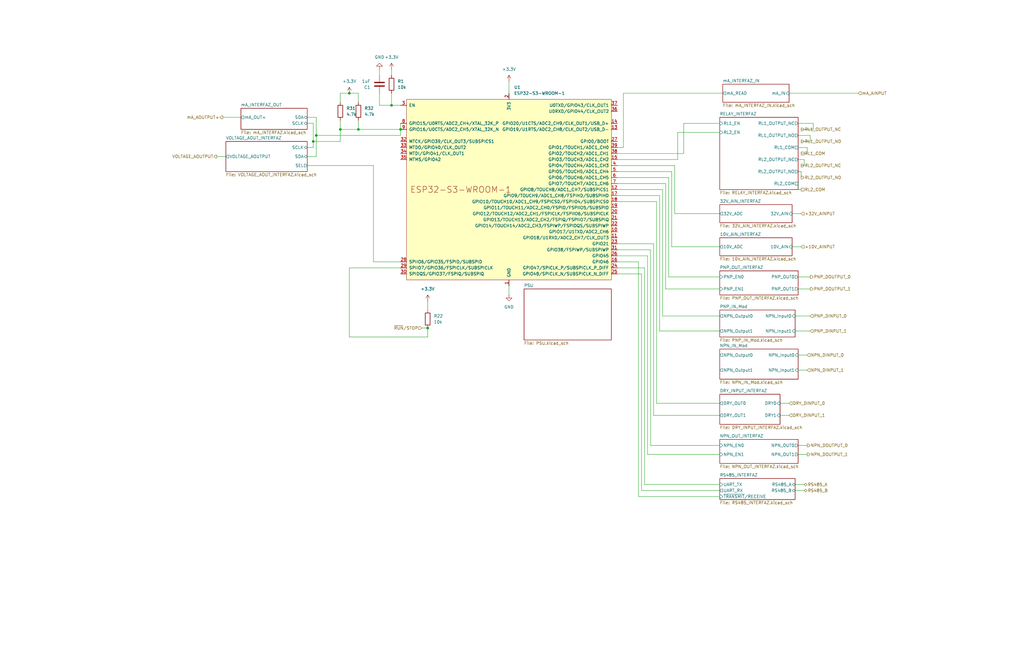
<source format=kicad_sch>
(kicad_sch (version 20250114) (generator "eeschema") (generator_version "9.0")
  (paper "USLedger")
  (title_block (title "NIVARA") (date "2025-06-13") (rev "1.0") (company "ELECTIVA ITLA"))
  (lib_symbols
    (symbol "Device:C" (pin_numbers (hide yes)) (pin_names (offset 0.254))
      (property "Reference" "C" (at 0.635 2.54 0))
      (property "Value" "C" (at 0.635 -2.54 0))
      (symbol "C_0_1"
        (polyline (pts (xy -2.032 0.762) (xy 2.032 0.762)) (stroke (width 0.508)))
        (polyline (pts (xy -2.032 -0.762) (xy 2.032 -0.762)) (stroke (width 0.508)))
      )
      (symbol "C_1_1"
        (pin passive line (at 0 3.81 270) (length 2.794) (name "~") (number "1"))
        (pin passive line (at 0 -3.81 90) (length 2.794) (name "~") (number "2"))
      )
    )
    (symbol "Device:R" (pin_numbers (hide yes)) (pin_names (offset 0))
      (property "Reference" "R" (at 2.032 0 90))
      (property "Value" "R" (at 0 0 90))
      (symbol "R_0_1"
        (rectangle (start -1.016 -2.54) (end 1.016 2.54) (stroke (width 0.254)))
      )
      (symbol "R_1_1"
        (pin passive line (at 0 3.81 270) (length 1.27) (name "~") (number "1"))
        (pin passive line (at 0 -3.81 90) (length 1.27) (name "~") (number "2"))
      )
    )
    (symbol "PCM_Espressif:ESP32-S3-WROOM-1" (pin_names (offset 1.016))
      (property "Reference" "U" (at -43.18 43.18 0))
      (property "Value" "ESP32-S3-WROOM-1" (at -43.18 40.64 0))
      (symbol "ESP32-S3-WROOM-1_0_0"
        (text "ESP32-S3-WROOM-1" (at -20.32 0 0) (effects (font (size 2.54 2.54))))
        (pin input line (at -45.72 35.56 0) (length 2.54) (name "EN") (number "3"))
        (pin bidirectional line (at -45.72 27.94 0) (length 2.54) (name "GPIO15/U0RTS/ADC2_CH4/XTAL_32K_P") (number "8"))
        (pin bidirectional line (at -45.72 25.4 0) (length 2.54) (name "GPIO16/U0CTS/ADC2_CH5/XTAL_32K_N") (number "9"))
        (pin bidirectional line (at -45.72 20.32 0) (length 2.54) (name "MTCK/GPIO39/CLK_OUT3/SUBSPICS1") (number "32"))
        (pin bidirectional line (at -45.72 17.78 0) (length 2.54) (name "MTDO/GPIO40/CLK_OUT2") (number "33"))
        (pin bidirectional line (at -45.72 15.24 0) (length 2.54) (name "MTDI/GPIO41/CLK_OUT1") (number "34"))
        (pin bidirectional line (at -45.72 12.7 0) (length 2.54) (name "MTMS/GPIO42") (number "35"))
        (pin bidirectional line (at -45.72 -30.48 0) (length 2.54) (name "SPIIO6/GPIO35/FSPID/SUBSPID") (number "28"))
        (pin bidirectional line (at -45.72 -33.02 0) (length 2.54) (name "SPIIO7/GPIO36/FSPICLK/SUBSPICLK") (number "29"))
        (pin bidirectional line (at -45.72 -35.56 0) (length 2.54) (name "SPIDQS/GPIO37/FSPIQ/SUBSPIQ") (number "30"))
        (pin power_in line (at 0 40.64 270) (length 2.54) (name "3V3") (number "2"))
        (pin power_in line (at 0 -40.64 90) (length 2.54) (name "GND") (number "1"))
        (pin passive line (at 0 -40.64 90) (length 2.54) (hide yes) (name "GND") (number "40"))
        (pin passive line (at 0 -40.64 90) (length 2.54) (hide yes) (name "GND") (number "41"))
        (pin bidirectional line (at 45.72 35.56 180) (length 2.54) (name "U0TXD/GPIO43/CLK_OUT1") (number "37"))
        (pin bidirectional line (at 45.72 33.02 180) (length 2.54) (name "U0RXD/GPIO44/CLK_OUT2") (number "36"))
        (pin bidirectional line (at 45.72 27.94 180) (length 2.54) (name "GPIO20/U1CTS/ADC2_CH9/CLK_OUT1/USB_D+") (number "14"))
        (pin bidirectional line (at 45.72 25.4 180) (length 2.54) (name "GPIO19/U1RTS/ADC2_CH8/CLK_OUT2/USB_D-") (number "13"))
        (pin bidirectional line (at 45.72 20.32 180) (length 2.54) (name "GPIO0/BOOT") (number "27"))
        (pin bidirectional line (at 45.72 17.78 180) (length 2.54) (name "GPIO1/TOUCH1/ADC1_CH0") (number "39"))
        (pin bidirectional line (at 45.72 15.24 180) (length 2.54) (name "GPIO2/TOUCH2/ADC1_CH1") (number "38"))
        (pin bidirectional line (at 45.72 12.7 180) (length 2.54) (name "GPIO3/TOUCH3/ADC1_CH2") (number "15"))
        (pin bidirectional line (at 45.72 10.16 180) (length 2.54) (name "GPIO4/TOUCH4/ADC1_CH3") (number "4"))
        (pin bidirectional line (at 45.72 7.62 180) (length 2.54) (name "GPIO5/TOUCH5/ADC1_CH4") (number "5"))
        (pin bidirectional line (at 45.72 5.08 180) (length 2.54) (name "GPIO6/TOUCH6/ADC1_CH5") (number "6"))
        (pin bidirectional line (at 45.72 2.54 180) (length 2.54) (name "GPIO7/TOUCH7/ADC1_CH6") (number "7"))
        (pin bidirectional line (at 45.72 0 180) (length 2.54) (name "GPIO8/TOUCH8/ADC1_CH7/SUBSPICS1") (number "12"))
        (pin bidirectional line (at 45.72 -2.54 180) (length 2.54) (name "GPIO9/TOUCH9/ADC1_CH8/FSPIHD/SUBSPIHD") (number "17"))
        (pin bidirectional line (at 45.72 -5.08 180) (length 2.54) (name "GPIO10/TOUCH10/ADC1_CH9/FSPICS0/FSPIIO4/SUBSPICS0") (number "18"))
        (pin bidirectional line (at 45.72 -7.62 180) (length 2.54) (name "GPIO11/TOUCH11/ADC2_CH0/FSPID/FSPIIO5/SUBSPID") (number "19"))
        (pin bidirectional line (at 45.72 -10.16 180) (length 2.54) (name "GPIO12/TOUCH12/ADC2_CH1/FSPICLK/FSPIIO6/SUBSPICLK") (number "20"))
        (pin bidirectional line (at 45.72 -12.7 180) (length 2.54) (name "GPIO13/TOUCH13/ADC2_CH2/FSPIQ/FSPIIO7/SUBSPIQ") (number "21"))
        (pin bidirectional line (at 45.72 -15.24 180) (length 2.54) (name "GPIO14/TOUCH14/ADC2_CH3/FSPIWP/FSPIDQS/SUBSPIWP") (number "22"))
        (pin bidirectional line (at 45.72 -17.78 180) (length 2.54) (name "GPIO17/U1TXD/ADC2_CH6") (number "10"))
        (pin bidirectional line (at 45.72 -20.32 180) (length 2.54) (name "GPIO18/U1RXD/ADC2_CH7/CLK_OUT3") (number "11"))
        (pin bidirectional line (at 45.72 -22.86 180) (length 2.54) (name "GPIO21") (number "23"))
        (pin bidirectional line (at 45.72 -25.4 180) (length 2.54) (name "GPIO38/FSPIWP/SUBSPIWP") (number "31"))
        (pin bidirectional line (at 45.72 -27.94 180) (length 2.54) (name "GPIO45") (number "26"))
        (pin bidirectional line (at 45.72 -30.48 180) (length 2.54) (name "GPIO46") (number "16"))
        (pin bidirectional line (at 45.72 -33.02 180) (length 2.54) (name "GPIO47/SPICLK_P/SUBSPICLK_P_DIFF") (number "24"))
        (pin bidirectional line (at 45.72 -35.56 180) (length 2.54) (name "GPIO48/SPICLK_N/SUBSPICLK_N_DIFF") (number "25"))
      )
      (symbol "ESP32-S3-WROOM-1_0_1"
        (rectangle (start -43.18 38.1) (end 43.18 -38.1) (fill (type background)))
      )
    )
    (symbol "power:+3.3V" (power) (pin_numbers (hide yes)) (pin_names (offset 0) (hide yes))
      (property "Value" "+3.3V" (at 0 3.556 0))
      (symbol "+3.3V_0_1"
        (polyline (pts (xy -0.762 1.27) (xy 0 2.54)))
        (polyline (pts (xy 0 2.54) (xy 0.762 1.27)))
        (polyline (pts (xy 0 0) (xy 0 2.54)))
      )
      (symbol "+3.3V_1_1"
        (pin power_in line (at 0 0 90) (length 0) (name "~") (number "1"))
      )
    )
    (symbol "power:GND" (power) (pin_numbers (hide yes)) (pin_names (offset 0) (hide yes))
      (property "Value" "GND" (at 0 -3.81 0))
      (symbol "GND_0_1"
        (polyline (pts (xy 0 0) (xy 0 -1.27) (xy 1.27 -1.27) (xy 0 -2.54) (xy -1.27 -1.27) (xy 0 -1.27)))
      )
      (symbol "GND_1_1"
        (pin power_in line (at 0 0 270) (length 0) (name "~") (number "1"))
      )
    )
  )
  (junction (at 165.1 44.45))
  (junction (at 147.32 39.37))
  (junction (at 151.13 54.61))
  (junction (at 143.51 54.61))
  (junction (at 133.35 57.15))
  (junction (at 132.08 59.69))
  (junction (at 180.34 138.43))
  (junction (at 168.91 54.61))
  (wire (pts (xy 262.89 39.37) (xy 304.8 39.37)))
  (wire (pts (xy 271.78 113.03) (xy 271.78 204.47)))
  (wire (pts (xy 278.13 82.55) (xy 260.35 82.55)))
  (wire (pts (xy 336.55 121.92) (xy 341.63 121.92)))
  (wire (pts (xy 303.53 121.92) (xy 280.67 121.92)))
  (wire (pts (xy 147.32 113.03) (xy 168.91 113.03)))
  (wire (pts (xy 143.51 54.61) (xy 151.13 54.61)))
  (wire (pts (xy 132.08 59.69) (xy 143.51 59.69)))
  (wire (pts (xy 214.63 34.29) (xy 214.63 39.37)))
  (wire (pts (xy 160.02 39.37) (xy 160.02 44.45)))
  (wire (pts (xy 279.4 133.35) (xy 279.4 80.01)))
  (wire (pts (xy 303.53 52.07) (xy 288.29 52.07)))
  (wire (pts (xy 260.35 77.47) (xy 280.67 77.47)))
  (wire (pts (xy 340.36 149.86) (xy 336.55 149.86)))
  (wire (pts (xy 129.54 66.04) (xy 133.35 66.04)))
  (wire (pts (xy 339.09 67.31) (xy 339.09 69.85)))
  (wire (pts (xy 341.63 57.15) (xy 341.63 59.69)))
  (wire (pts (xy 147.32 142.24) (xy 180.34 142.24)))
  (wire (pts (xy 339.09 69.85) (xy 337.82 69.85)))
  (wire (pts (xy 303.53 55.88) (xy 285.75 55.88)))
  (wire (pts (xy 342.9 54.61) (xy 337.82 54.61)))
  (wire (pts (xy 180.34 127) (xy 180.34 130.81)))
  (wire (pts (xy 303.53 175.26) (xy 275.59 175.26)))
  (wire (pts (xy 340.36 62.23) (xy 340.36 64.77)))
  (wire (pts (xy 165.1 39.37) (xy 165.1 44.45)))
  (wire (pts (xy 260.35 113.03) (xy 271.78 113.03)))
  (wire (pts (xy 151.13 50.8) (xy 151.13 54.61)))
  (wire (pts (xy 260.35 102.87) (xy 275.59 102.87)))
  (wire (pts (xy 303.53 170.18) (xy 276.86 170.18)))
  (wire (pts (xy 276.86 85.09) (xy 260.35 85.09)))
  (wire (pts (xy 271.78 204.47) (xy 303.53 204.47)))
  (wire (pts (xy 336.55 191.77) (xy 340.36 191.77)))
  (wire (pts (xy 337.82 72.39) (xy 337.82 74.93)))
  (wire (pts (xy 168.91 44.45) (xy 165.1 44.45)))
  (wire (pts (xy 288.29 52.07) (xy 288.29 64.77)))
  (wire (pts (xy 270.51 207.01) (xy 270.51 115.57)))
  (wire (pts (xy 132.08 59.69) (xy 132.08 52.07)))
  (wire (pts (xy 336.55 72.39) (xy 337.82 72.39)))
  (wire (pts (xy 165.1 29.21) (xy 165.1 31.75)))
  (wire (pts (xy 279.4 80.01) (xy 260.35 80.01)))
  (wire (pts (xy 340.36 64.77) (xy 337.82 64.77)))
  (wire (pts (xy 129.54 69.85) (xy 157.48 69.85)))
  (wire (pts (xy 303.53 207.01) (xy 270.51 207.01)))
  (wire (pts (xy 335.28 204.47) (xy 339.09 204.47)))
  (wire (pts (xy 129.54 62.23) (xy 132.08 62.23)))
  (wire (pts (xy 336.55 62.23) (xy 340.36 62.23)))
  (wire (pts (xy 341.63 133.35) (xy 335.28 133.35)))
  (wire (pts (xy 281.94 116.84) (xy 303.53 116.84)))
  (wire (pts (xy 336.55 116.84) (xy 341.63 116.84)))
  (wire (pts (xy 285.75 55.88) (xy 285.75 67.31)))
  (wire (pts (xy 160.02 44.45) (xy 165.1 44.45)))
  (wire (pts (xy 273.05 107.95) (xy 273.05 191.77)))
  (wire (pts (xy 284.48 90.17) (xy 303.53 90.17)))
  (wire (pts (xy 260.35 105.41) (xy 274.32 105.41)))
  (wire (pts (xy 157.48 110.49) (xy 168.91 110.49)))
  (wire (pts (xy 95.25 66.04) (xy 91.44 66.04)))
  (wire (pts (xy 303.53 104.14) (xy 283.21 104.14)))
  (wire (pts (xy 336.55 77.47) (xy 336.55 80.01)))
  (wire (pts (xy 143.51 50.8) (xy 143.51 54.61)))
  (wire (pts (xy 262.89 62.23) (xy 262.89 39.37)))
  (wire (pts (xy 275.59 175.26) (xy 275.59 102.87)))
  (wire (pts (xy 143.51 39.37) (xy 147.32 39.37)))
  (wire (pts (xy 168.91 57.15) (xy 168.91 54.61)))
  (wire (pts (xy 281.94 74.93) (xy 281.94 116.84)))
  (wire (pts (xy 133.35 57.15) (xy 168.91 57.15)))
  (wire (pts (xy 340.36 156.21) (xy 336.55 156.21)))
  (wire (pts (xy 276.86 170.18) (xy 276.86 85.09)))
  (wire (pts (xy 332.74 175.26) (xy 328.93 175.26)))
  (wire (pts (xy 151.13 43.18) (xy 151.13 39.37)))
  (wire (pts (xy 285.75 67.31) (xy 260.35 67.31)))
  (wire (pts (xy 101.6 49.53) (xy 93.98 49.53)))
  (wire (pts (xy 342.9 52.07) (xy 342.9 54.61)))
  (wire (pts (xy 284.48 69.85) (xy 284.48 90.17)))
  (wire (pts (xy 214.63 120.65) (xy 214.63 124.46)))
  (wire (pts (xy 336.55 52.07) (xy 342.9 52.07)))
  (wire (pts (xy 260.35 107.95) (xy 273.05 107.95)))
  (wire (pts (xy 168.91 54.61) (xy 168.91 52.07)))
  (wire (pts (xy 177.8 138.43) (xy 180.34 138.43)))
  (wire (pts (xy 335.28 207.01) (xy 339.09 207.01)))
  (wire (pts (xy 288.29 64.77) (xy 260.35 64.77)))
  (wire (pts (xy 336.55 80.01) (xy 337.82 80.01)))
  (wire (pts (xy 278.13 139.7) (xy 278.13 82.55)))
  (wire (pts (xy 260.35 69.85) (xy 284.48 69.85)))
  (wire (pts (xy 180.34 142.24) (xy 180.34 138.43)))
  (wire (pts (xy 129.54 52.07) (xy 132.08 52.07)))
  (wire (pts (xy 260.35 115.57) (xy 270.51 115.57)))
  (wire (pts (xy 341.63 139.7) (xy 335.28 139.7)))
  (wire (pts (xy 283.21 104.14) (xy 283.21 72.39)))
  (wire (pts (xy 143.51 59.69) (xy 143.51 54.61)))
  (wire (pts (xy 337.82 90.17) (xy 334.01 90.17)))
  (wire (pts (xy 129.54 49.53) (xy 133.35 49.53)))
  (wire (pts (xy 274.32 187.96) (xy 274.32 105.41)))
  (wire (pts (xy 283.21 72.39) (xy 260.35 72.39)))
  (wire (pts (xy 151.13 54.61) (xy 168.91 54.61)))
  (wire (pts (xy 132.08 62.23) (xy 132.08 59.69)))
  (wire (pts (xy 160.02 29.21) (xy 160.02 31.75)))
  (wire (pts (xy 303.53 187.96) (xy 274.32 187.96)))
  (wire (pts (xy 336.55 57.15) (xy 341.63 57.15)))
  (wire (pts (xy 269.24 110.49) (xy 260.35 110.49)))
  (wire (pts (xy 337.82 104.14) (xy 334.01 104.14)))
  (wire (pts (xy 332.74 170.18) (xy 328.93 170.18)))
  (wire (pts (xy 147.32 142.24) (xy 147.32 113.03)))
  (wire (pts (xy 336.55 187.96) (xy 340.36 187.96)))
  (wire (pts (xy 147.32 39.37) (xy 151.13 39.37)))
  (wire (pts (xy 260.35 62.23) (xy 262.89 62.23)))
  (wire (pts (xy 273.05 191.77) (xy 303.53 191.77)))
  (wire (pts (xy 133.35 57.15) (xy 133.35 49.53)))
  (wire (pts (xy 260.35 74.93) (xy 281.94 74.93)))
  (wire (pts (xy 133.35 66.04) (xy 133.35 57.15)))
  (wire (pts (xy 303.53 133.35) (xy 279.4 133.35)))
  (wire (pts (xy 143.51 43.18) (xy 143.51 39.37)))
  (wire (pts (xy 332.74 39.37) (xy 361.95 39.37)))
  (wire (pts (xy 269.24 209.55) (xy 269.24 110.49)))
  (wire (pts (xy 157.48 69.85) (xy 157.48 110.49)))
  (wire (pts (xy 303.53 139.7) (xy 278.13 139.7)))
  (wire (pts (xy 341.63 59.69) (xy 337.82 59.69)))
  (wire (pts (xy 336.55 67.31) (xy 339.09 67.31)))
  (wire (pts (xy 303.53 209.55) (xy 269.24 209.55)))
  (wire (pts (xy 280.67 121.92) (xy 280.67 77.47)))
  (hierarchical_label "DRY_DINPUT_1" (shape input) (at 332.74 175.26 0))
  (hierarchical_label "PNP_DOUTPUT_1" (shape output) (at 341.63 121.92 0))
  (hierarchical_label "+10V_AINPUT" (shape input) (at 337.82 104.14 0))
  (hierarchical_label "~{RUN}{slash}STOP" (shape input) (at 177.8 138.43 180))
  (hierarchical_label "NPN_DINPUT_0" (shape input) (at 340.36 149.86 0))
  (hierarchical_label "PNP_DOUTPUT_0" (shape output) (at 341.63 116.84 0))
  (hierarchical_label "RL1_OUTPUT_NC" (shape output) (at 337.82 54.61 0))
  (hierarchical_label "PNP_DINPUT_0" (shape input) (at 341.63 133.35 0))
  (hierarchical_label "RS485_A" (shape bidirectional) (at 339.09 204.47 0))
  (hierarchical_label "RL1_OUTPUT_NO" (shape output) (at 337.82 59.69 0))
  (hierarchical_label "DRY_DINPUT_0" (shape input) (at 332.74 170.18 0))
  (hierarchical_label "PNP_DINPUT_1" (shape input) (at 341.63 139.7 0))
  (hierarchical_label "RL2_COM" (shape passive) (at 337.82 80.01 0))
  (hierarchical_label "VOLTAGE_AOUTPUT" (shape output) (at 91.44 66.04 180))
  (hierarchical_label "RL1_COM" (shape passive) (at 337.82 64.77 0))
  (hierarchical_label "RS485_B" (shape bidirectional) (at 339.09 207.01 0))
  (hierarchical_label "NPN_DINPUT_1" (shape input) (at 340.36 156.21 0))
  (hierarchical_label "NPN_DOUTPUT_0" (shape output) (at 340.36 187.96 0))
  (hierarchical_label "RL2_OUTPUT_NO" (shape output) (at 337.82 74.93 0))
  (hierarchical_label "mA_AINPUT" (shape input) (at 361.95 39.37 0))
  (hierarchical_label "NPN_DOUTPUT_1" (shape output) (at 340.36 191.77 0))
  (hierarchical_label "RL2_OUTPUT_NC" (shape output) (at 337.82 69.85 0))
  (hierarchical_label "+32V_AINPUT" (shape input) (at 337.82 90.17 0))
  (hierarchical_label "mA_AOUTPUT+" (shape output) (at 93.98 49.53 180))
  (symbol (lib_id "power:+3.3V") (at 180.34 127 0) (unit 1)
    (property "Reference" "#PWR047" (effects (hide yes)))
    (property "Value" "+3.3V" (at 180.34 121.92 0))
    (property "Description" "Power symbol creates a global label with name \"+3.3V\"" (effects (hide yes)))
  )
  (symbol (lib_id "power:GND") (at 160.02 29.21 180) (unit 1)
    (property "Reference" "#PWR11" (effects (hide yes)))
    (property "Value" "GND" (at 160.02 24.13 0))
    (property "Description" "Power symbol creates a global label with name \"GND\" , ground" (effects (hide yes)))
  )
  (symbol (lib_id "Device:R") (at 151.13 46.99 0) (unit 1)
    (property "Reference" "R32" (at 153.67 45.7199 0) (effects (justify left)))
    (property "Value" "4.7k" (at 153.67 48.2599 0) (effects (justify left)))
    (property "Description" "Resistor" (effects (hide yes)))
  )
  (symbol (lib_id "Device:R") (at 165.1 35.56 0) (unit 1)
    (property "Reference" "R1" (at 167.64 34.2899 0) (effects (justify left)))
    (property "Value" "10k" (at 167.64 36.8299 0) (effects (justify left)))
    (property "Description" "Resistor" (effects (hide yes)))
  )
  (symbol (lib_id "power:GND") (at 214.63 124.46 0) (unit 1)
    (property "Reference" "#PWR9" (effects (hide yes)))
    (property "Value" "GND" (at 214.63 129.54 0))
    (property "Description" "Power symbol creates a global label with name \"GND\" , ground" (effects (hide yes)))
  )
  (symbol (lib_id "Device:C") (at 160.02 35.56 0) (mirror x) (unit 1)
    (property "Reference" "C1" (at 156.21 36.8301 0) (effects (justify right)))
    (property "Value" "1uF" (at 156.21 34.2901 0) (effects (justify right)))
    (property "Description" "Unpolarized capacitor" (effects (hide yes)))
  )
  (symbol (lib_id "Device:R") (at 143.51 46.99 0) (unit 1)
    (property "Reference" "R31" (at 146.05 45.7199 0) (effects (justify left)))
    (property "Value" "4.7k" (at 146.05 48.2599 0) (effects (justify left)))
    (property "Description" "Resistor" (effects (hide yes)))
  )
  (symbol (lib_id "power:+3.3V") (at 214.63 34.29 0) (unit 1)
    (property "Reference" "#PWR8" (effects (hide yes)))
    (property "Value" "+3.3V" (at 214.63 29.21 0))
    (property "Description" "Power symbol creates a global label with name \"+3.3V\"" (effects (hide yes)))
  )
  (symbol (lib_id "PCM_Espressif:ESP32-S3-WROOM-1") (at 214.63 80.01 0) (unit 1)
    (property "Reference" "U1" (at 216.7733 36.83 0) (effects (justify left)))
    (property "Value" "ESP32-S3-WROOM-1" (at 216.7733 39.37 0) (effects (justify left)))
    (property "Footprint" "PCM_Espressif:ESP32-S3-WROOM-1" (effects (hide yes)))
    (property "Datasheet" "https://www.espressif.com/sites/default/files/documentation/esp32-s3-wroom-1_wroom-1u_datasheet_en.pdf" (effects (hide yes)))
    (property "Description" "2.4 GHz WiFi (802.11 b/g/n) and Bluetooth ® 5 (LE) module Built around ESP32S3 series of SoCs, Xtensa ® dualcore 32bit LX7 microprocessor Flash up to 16 MB, PSRAM up to 8 MB 36 GPIOs, rich set of peripherals Onboard PCB antenna" (effects (hide yes)))
  )
  (symbol (lib_id "Device:R") (at 180.34 134.62 0) (unit 1)
    (property "Reference" "R22" (at 182.88 133.3499 0) (effects (justify left)))
    (property "Value" "10k" (at 182.88 135.8899 0) (effects (justify left)))
    (property "Description" "Resistor" (effects (hide yes)))
  )
  (symbol (lib_id "power:+3.3V") (at 147.32 39.37 0) (unit 1)
    (property "Reference" "#PWR064" (effects (hide yes)))
    (property "Value" "+3.3V" (at 147.32 34.29 0))
    (property "Description" "Power symbol creates a global label with name \"+3.3V\"" (effects (hide yes)))
  )
  (symbol (lib_id "power:+3.3V") (at 165.1 29.21 0) (unit 1)
    (property "Reference" "#PWR10" (effects (hide yes)))
    (property "Value" "+3.3V" (at 165.1 24.13 0))
    (property "Description" "Power symbol creates a global label with name \"+3.3V\"" (effects (hide yes)))
  )
  (sheet (at 95.25 59.69) (size 34.29 12.7) (stroke (width 0.1524))
    (property "Sheetname" "VOLTAGE_AOUT_INTERFAZ" (at 95.25 58.9784 0) (effects (justify left bottom)))
    (property "Sheetfile" "VOLTAGE_AOUT_INTERFAZ.kicad_sch" (at 95.25 72.9746 0) (effects (justify left top)))
    (pin "SCLK" bidirectional (at 129.54 62.23 0))
    (pin "SDA" bidirectional (at 129.54 66.04 0))
    (pin "SEL" output (at 129.54 69.85 0))
    (pin "VOLTAGE_AOUTPUT" output (at 95.25 66.04 180))
  )
  (sheet (at 303.53 130.81) (size 31.75 11.43) (stroke (width 0.1524))
    (property "Sheetname" "PNP_IN_Mod" (at 303.53 130.0984 0) (effects (justify left bottom)))
    (property "Sheetfile" "PNP_IN_Mod.kicad_sch" (at 303.53 142.8246 0) (effects (justify left top)))
    (pin "NPN_Input0" input (at 335.28 133.35 0))
    (pin "NPN_Input1" input (at 335.28 139.7 0))
    (pin "NPN_Output0" output (at 303.53 133.35 180))
    (pin "NPN_Output1" output (at 303.53 139.7 180))
  )
  (sheet (at 303.53 166.37) (size 25.4 12.7) (stroke (width 0.1524))
    (property "Sheetname" "DRY_INPUT_INTERFAZ" (at 303.53 165.6584 0) (effects (justify left bottom)))
    (property "Sheetfile" "DRY_INPUT_INTERFAZ.kicad_sch" (at 303.53 179.6546 0) (effects (justify left top)))
    (pin "DRY0" input (at 328.93 170.18 0))
    (pin "DRY1" input (at 328.93 175.26 0))
    (pin "DRY_OUT0" output (at 303.53 170.18 180))
    (pin "DRY_OUT1" output (at 303.53 175.26 180))
  )
  (sheet (at 303.53 201.93) (size 31.75 8.89) (stroke (width 0.1524))
    (property "Sheetname" "RS485_INTERFAZ" (at 303.53 201.2184 0) (effects (justify left bottom)))
    (property "Sheetfile" "RS485_INTERFAZ.kicad_sch" (at 303.53 211.4046 0) (effects (justify left top)))
    (pin "RS485_A" bidirectional (at 335.28 204.47 0))
    (pin "RS485_B" bidirectional (at 335.28 207.01 0))
    (pin "UART_TX" input (at 303.53 204.47 180))
    (pin "UART_RX" output (at 303.53 207.01 180))
    (pin "~{TRANSMIT}{slash}RECEIVE" input (at 303.53 209.55 180))
  )
  (sheet (at 303.53 185.42) (size 33.02 10.16) (stroke (width 0.1524))
    (property "Sheetname" "NPN_OUT_INTERFAZ" (at 303.53 184.7084 0) (effects (justify left bottom)))
    (property "Sheetfile" "NPN_OUT_INTERFAZ.kicad_sch" (at 303.53 196.1646 0) (effects (justify left top)))
    (pin "NPN_OUT0" output (at 336.55 187.96 0))
    (pin "NPN_OUT1" output (at 336.55 191.77 0))
    (pin "NPN_EN0" input (at 303.53 187.96 180))
    (pin "NPN_EN1" input (at 303.53 191.77 180))
  )
  (sheet (at 303.53 114.3) (size 33.02 10.16) (stroke (width 0.1524))
    (property "Sheetname" "PNP_OUT_INTERFAZ" (at 303.53 113.5884 0) (effects (justify left bottom)))
    (property "Sheetfile" "PNP_OUT_INTERFAZ.kicad_sch" (at 303.53 125.0446 0) (effects (justify left top)))
    (pin "PNP_OUT0" output (at 336.55 116.84 0))
    (pin "PNP_OUT1" output (at 336.55 121.92 0))
    (pin "PNP_EN0" input (at 303.53 116.84 180))
    (pin "PNP_EN1" input (at 303.53 121.92 180))
  )
  (sheet (at 303.53 49.53) (size 33.02 30.48) (stroke (width 0.1524))
    (property "Sheetname" "RELAY_INTERFAZ" (at 303.53 48.8184 0) (effects (justify left bottom)))
    (property "Sheetfile" "RELAY_INTERFAZ.kicad_sch" (at 303.53 80.5946 0) (effects (justify left top)))
    (pin "RL1_COM" passive (at 336.55 62.23 0))
    (pin "RL1_EN" input (at 303.53 52.07 180))
    (pin "RL1_OUTPUT_NC" output (at 336.55 52.07 0))
    (pin "RL1_OUTPUT_NO" output (at 336.55 57.15 0))
    (pin "RL2_COM" passive (at 336.55 77.47 0))
    (pin "RL2_EN" input (at 303.53 55.88 180))
    (pin "RL2_OUTPUT_NC" output (at 336.55 67.31 0))
    (pin "RL2_OUTPUT_NO" output (at 336.55 72.39 0))
  )
  (sheet (at 304.8 35.56) (size 27.94 7.62) (stroke (width 0.1524))
    (property "Sheetname" "mA_INTERFAZ_IN" (at 304.8 34.8484 0) (effects (justify left bottom)))
    (property "Sheetfile" "mA_INTERFAZ_IN.kicad_sch" (at 304.8 43.7646 0) (effects (justify left top)))
    (pin "mA_IN" input (at 332.74 39.37 0))
    (pin "mA_READ" output (at 304.8 39.37 180))
  )
  (sheet (at 220.98 121.92) (size 36.83 21.59) (stroke (width 0.1524))
    (property "Sheetname" "PSU" (at 220.98 121.2084 0) (effects (justify left bottom)))
    (property "Sheetfile" "PSU.kicad_sch" (at 220.98 144.0946 0) (effects (justify left top)))
  )
  (sheet (at 303.53 100.33) (size 30.48 7.62) (stroke (width 0.1524))
    (property "Sheetname" "10V_AIN_INTERFAZ" (at 303.53 99.6184 0) (effects (justify left bottom)))
    (property "Sheetfile" "10V_AIN_INTERFAZ.kicad_sch" (at 303.53 108.5346 0) (effects (justify left top)))
    (pin "10V_ADC" output (at 303.53 104.14 180))
    (pin "10V_AIN" input (at 334.01 104.14 0))
  )
  (sheet (at 101.6 45.72) (size 27.94 8.89) (stroke (width 0.1524))
    (property "Sheetname" "mA_INTERFAZ_OUT" (at 101.6 45.0084 0) (effects (justify left bottom)))
    (property "Sheetfile" "mA_INTERFAZ.kicad_sch" (at 101.6 55.1946 0) (effects (justify left top)))
    (pin "mA_OUT+" output (at 101.6 49.53 180))
    (pin "SCLK" bidirectional (at 129.54 52.07 0))
    (pin "SDA" bidirectional (at 129.54 49.53 0))
  )
  (sheet (at 303.53 86.36) (size 30.48 7.62) (stroke (width 0.1524))
    (property "Sheetname" "32V_AIN_INTERFAZ" (at 303.53 85.6484 0) (effects (justify left bottom)))
    (property "Sheetfile" "32V_AIN_INTERFAZ.kicad_sch" (at 303.53 94.5646 0) (effects (justify left top)))
    (pin "32V_ADC" output (at 303.53 90.17 180))
    (pin "32V_AIN" input (at 334.01 90.17 0))
  )
  (sheet (at 303.53 147.32) (size 33.02 12.7) (stroke (width 0.1524))
    (property "Sheetname" "NPN_IN_Mod" (at 303.53 146.6084 0) (effects (justify left bottom)))
    (property "Sheetfile" "NPN_IN_Mod.kicad_sch" (at 303.53 160.6046 0) (effects (justify left top)))
    (pin "NPN_Input0" input (at 336.55 149.86 0))
    (pin "NPN_Input1" input (at 336.55 156.21 0))
    (pin "NPN_Output0" output (at 303.53 149.86 180))
    (pin "NPN_Output1" output (at 303.53 156.21 180))
  )
)
</source>
